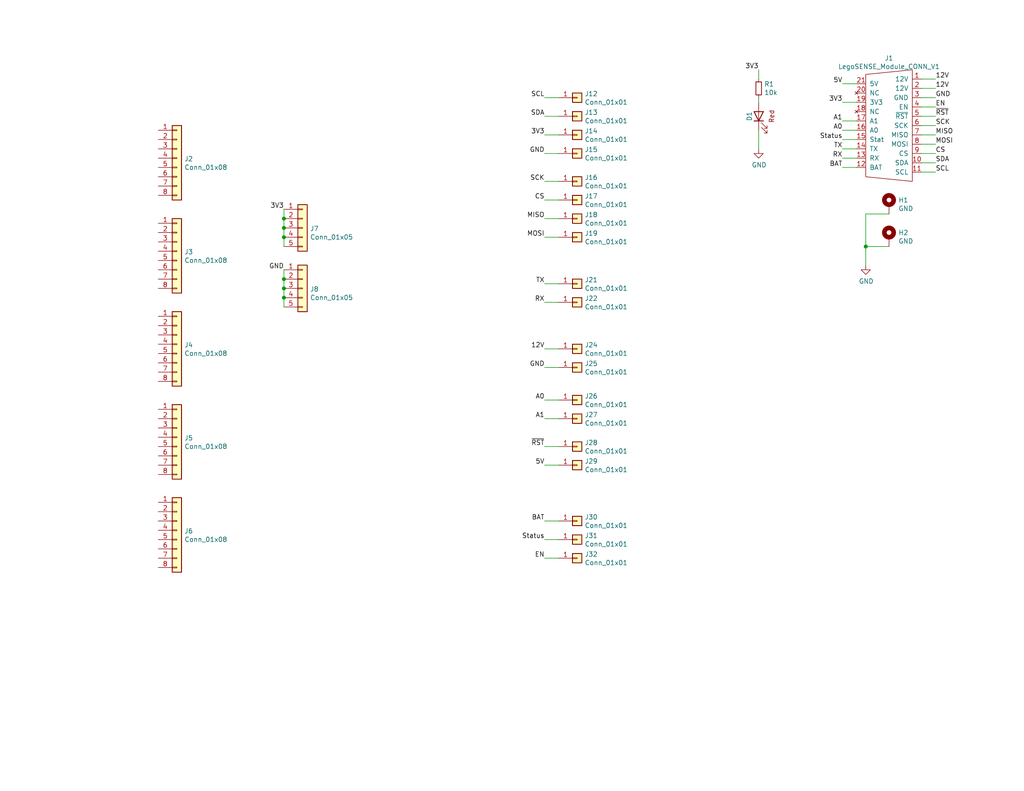
<source format=kicad_sch>
(kicad_sch (version 20211123) (generator eeschema)
  (paper "USLetter")
  (title_block (title "LegoSENSE Module Development Board 2") (date "2021-10-15") (rev "V1.0") (company "Columbia-ICSL") (comment 1 "Author: Scott Zhao"))
  (lib_symbols
    (symbol "Connector_Generic:Conn_01x01" (pin_names (offset 1.016) hide)
      (property "Reference" "J" (at 0 2.54 0))
      (property "Value" "Conn_01x01" (at 0 -2.54 0))
      (symbol "Conn_01x01_1_1"
        (rectangle (start -1.27 0.127) (end 0 -0.127) (stroke (width 0.1524)))
        (rectangle (start -1.27 1.27) (end 1.27 -1.27) (stroke (width 0.254)) (fill (type background)))
        (pin passive line (at -5.08 0 0) (length 3.81) (name "Pin_1") (number "1"))
      )
    )
    (symbol "Connector_Generic:Conn_01x05" (pin_names (offset 1.016) hide)
      (property "Reference" "J" (at 0 7.62 0))
      (property "Value" "Conn_01x05" (at 0 -7.62 0))
      (symbol "Conn_01x05_1_1"
        (rectangle (start -1.27 -4.953) (end 0 -5.207) (stroke (width 0.1524)))
        (rectangle (start -1.27 -2.413) (end 0 -2.667) (stroke (width 0.1524)))
        (rectangle (start -1.27 0.127) (end 0 -0.127) (stroke (width 0.1524)))
        (rectangle (start -1.27 2.667) (end 0 2.413) (stroke (width 0.1524)))
        (rectangle (start -1.27 5.207) (end 0 4.953) (stroke (width 0.1524)))
        (rectangle (start -1.27 6.35) (end 1.27 -6.35) (stroke (width 0.254)) (fill (type background)))
        (pin passive line (at -5.08 5.08 0) (length 3.81) (name "Pin_1") (number "1"))
        (pin passive line (at -5.08 2.54 0) (length 3.81) (name "Pin_2") (number "2"))
        (pin passive line (at -5.08 0 0) (length 3.81) (name "Pin_3") (number "3"))
        (pin passive line (at -5.08 -2.54 0) (length 3.81) (name "Pin_4") (number "4"))
        (pin passive line (at -5.08 -5.08 0) (length 3.81) (name "Pin_5") (number "5"))
      )
    )
    (symbol "Connector_Generic:Conn_01x08" (pin_names (offset 1.016) hide)
      (property "Reference" "J" (at 0 10.16 0))
      (property "Value" "Conn_01x08" (at 0 -12.7 0))
      (symbol "Conn_01x08_1_1"
        (rectangle (start -1.27 -10.033) (end 0 -10.287) (stroke (width 0.1524)))
        (rectangle (start -1.27 -7.493) (end 0 -7.747) (stroke (width 0.1524)))
        (rectangle (start -1.27 -4.953) (end 0 -5.207) (stroke (width 0.1524)))
        (rectangle (start -1.27 -2.413) (end 0 -2.667) (stroke (width 0.1524)))
        (rectangle (start -1.27 0.127) (end 0 -0.127) (stroke (width 0.1524)))
        (rectangle (start -1.27 2.667) (end 0 2.413) (stroke (width 0.1524)))
        (rectangle (start -1.27 5.207) (end 0 4.953) (stroke (width 0.1524)))
        (rectangle (start -1.27 7.747) (end 0 7.493) (stroke (width 0.1524)))
        (rectangle (start -1.27 8.89) (end 1.27 -11.43) (stroke (width 0.254)) (fill (type background)))
        (pin passive line (at -5.08 7.62 0) (length 3.81) (name "Pin_1") (number "1"))
        (pin passive line (at -5.08 5.08 0) (length 3.81) (name "Pin_2") (number "2"))
        (pin passive line (at -5.08 2.54 0) (length 3.81) (name "Pin_3") (number "3"))
        (pin passive line (at -5.08 0 0) (length 3.81) (name "Pin_4") (number "4"))
        (pin passive line (at -5.08 -2.54 0) (length 3.81) (name "Pin_5") (number "5"))
        (pin passive line (at -5.08 -5.08 0) (length 3.81) (name "Pin_6") (number "6"))
        (pin passive line (at -5.08 -7.62 0) (length 3.81) (name "Pin_7") (number "7"))
        (pin passive line (at -5.08 -10.16 0) (length 3.81) (name "Pin_8") (number "8"))
      )
    )
    (symbol "ICSL:LegoSENSE_Module_CONN_V1" (pin_names (offset 1.016))
      (property "Reference" "J" (at 0 15.24 0))
      (property "Value" "LegoSENSE_Module_CONN_V1" (at 0 13.97 0))
      (symbol "LegoSENSE_Module_CONN_V1_0_0"
        (polyline (pts (xy 6.35 12.7) (xy -6.35 11.43) (xy -6.35 -16.51) (xy 6.35 -17.78) (xy 6.35 12.7)))
      )
      (symbol "LegoSENSE_Module_CONN_V1_1_1"
        (pin power_out line (at 8.89 10.16 180) (length 2.54) (name "12V") (number "1"))
        (pin bidirectional line (at 8.89 -12.7 180) (length 2.54) (name "SDA") (number "10"))
        (pin output line (at 8.89 -15.24 180) (length 2.54) (name "SCL") (number "11"))
        (pin output line (at -8.89 -13.97 0) (length 2.54) (name "BAT") (number "12"))
        (pin input line (at -8.89 -11.43 0) (length 2.54) (name "RX") (number "13"))
        (pin output line (at -8.89 -8.89 0) (length 2.54) (name "TX") (number "14"))
        (pin input line (at -8.89 -6.35 0) (length 2.54) (name "Stat") (number "15"))
        (pin input line (at -8.89 -3.81 0) (length 2.54) (name "A0") (number "16"))
        (pin input line (at -8.89 -1.27 0) (length 2.54) (name "A1") (number "17"))
        (pin no_connect line (at -8.89 1.27 0) (length 2.54) (name "NC") (number "18"))
        (pin power_out line (at -8.89 3.81 0) (length 2.54) (name "3V3") (number "19"))
        (pin power_in line (at 8.89 7.62 180) (length 2.54) (name "12V") (number "2"))
        (pin no_connect line (at -8.89 6.35 0) (length 2.54) (name "NC") (number "20"))
        (pin power_out line (at -8.89 8.89 0) (length 2.54) (name "5V") (number "21"))
        (pin power_out line (at 8.89 5.08 180) (length 2.54) (name "GND") (number "3"))
        (pin output line (at 8.89 2.54 180) (length 2.54) (name "EN") (number "4"))
        (pin output line (at 8.89 0 180) (length 2.54) (name "~{RST}") (number "5"))
        (pin output line (at 8.89 -2.54 180) (length 2.54) (name "SCK") (number "6"))
        (pin input line (at 8.89 -5.08 180) (length 2.54) (name "MISO") (number "7"))
        (pin output line (at 8.89 -7.62 180) (length 2.54) (name "MOSI") (number "8"))
        (pin output line (at 8.89 -10.16 180) (length 2.54) (name "CS") (number "9"))
      )
    )
    (symbol "Mechanical:MountingHole_Pad" (pin_numbers hide) (pin_names (offset 1.016) hide)
      (property "Reference" "H" (at 0 6.35 0))
      (property "Value" "MountingHole_Pad" (at 0 4.445 0))
      (symbol "MountingHole_Pad_0_1"
        (circle (center 0 1.27) (radius 1.27) (stroke (width 1.27)))
      )
      (symbol "MountingHole_Pad_1_1"
        (pin input line (at 0 -2.54 90) (length 2.54) (name "1") (number "1"))
      )
    )
    (symbol "jlcpcb-basic-resistor-0402:10k" (pin_numbers hide) (pin_names (offset 1.016) hide)
      (property "Reference" "R" (at 2.032 0 90))
      (property "Value" "10k" (at 0 0 90))
      (symbol "10k_0_1"
        (rectangle (start -0.762 1.778) (end 0.762 -1.778) (stroke (width 0.2032)))
      )
      (symbol "10k_1_1"
        (pin passive line (at 0 2.54 270) (length 0.762) (name "~") (number "1"))
        (pin passive line (at 0 -2.54 90) (length 0.762) (name "~") (number "2"))
      )
    )
    (symbol "jlcsmt-rcl:LED_0603_Red" (pin_numbers hide) (pin_names (offset 1.016) hide)
      (property "Reference" "D" (at 0 2.54 0))
      (symbol "LED_0603_Red_0_0"
        (text "Red" (at 0 -3.556 0) (effects (font (size 1.27 1.27))))
      )
      (symbol "LED_0603_Red_0_1"
        (polyline (pts (xy -1.27 -1.27) (xy -1.27 1.27)) (stroke (width 0.254)))
        (polyline (pts (xy -1.27 0) (xy 1.27 0)))
        (polyline (pts (xy 1.27 -1.27) (xy 1.27 1.27) (xy -1.27 0) (xy 1.27 -1.27)) (stroke (width 0.254)))
        (polyline (pts (xy -3.048 -0.762) (xy -4.572 -2.286) (xy -3.81 -2.286) (xy -4.572 -2.286) (xy -4.572 -1.524)))
        (polyline (pts (xy -1.778 -0.762) (xy -3.302 -2.286) (xy -2.54 -2.286) (xy -3.302 -2.286) (xy -3.302 -1.524)))
      )
      (symbol "LED_0603_Red_1_1"
        (pin passive line (at -3.81 0 0) (length 2.54) (name "K") (number "1"))
        (pin passive line (at 3.81 0 180) (length 2.54) (name "A") (number "2"))
      )
    )
    (symbol "power:GND" (power) (pin_names (offset 0))
      (property "Value" "GND" (at 0 -3.81 0))
      (symbol "GND_0_1"
        (polyline (pts (xy 0 0) (xy 0 -1.27) (xy 1.27 -1.27) (xy 0 -2.54) (xy -1.27 -1.27) (xy 0 -1.27)))
      )
      (symbol "GND_1_1"
        (pin power_in line (at 0 0 270) (length 0) hide (name "GND") (number "1"))
      )
    )
  )
  (junction (at 77.47 81.28))
  (junction (at 77.47 76.2))
  (junction (at 77.47 59.69))
  (junction (at 77.47 64.77))
  (junction (at 236.22 67.31))
  (junction (at 77.47 62.23))
  (junction (at 77.47 78.74))
  (wire (pts (xy 152.4 31.75) (xy 148.59 31.75)))
  (wire (pts (xy 207.01 26.67) (xy 207.01 27.94)))
  (wire (pts (xy 152.4 41.91) (xy 148.59 41.91)))
  (wire (pts (xy 251.46 24.13) (xy 255.27 24.13)))
  (wire (pts (xy 152.4 77.47) (xy 148.59 77.47)))
  (wire (pts (xy 152.4 147.32) (xy 148.59 147.32)))
  (wire (pts (xy 229.87 27.94) (xy 233.68 27.94)))
  (wire (pts (xy 77.47 78.74) (xy 77.47 81.28)))
  (wire (pts (xy 251.46 46.99) (xy 255.27 46.99)))
  (wire (pts (xy 77.47 64.77) (xy 77.47 67.31)))
  (wire (pts (xy 152.4 121.92) (xy 148.59 121.92)))
  (wire (pts (xy 152.4 36.83) (xy 148.59 36.83)))
  (wire (pts (xy 236.22 72.39) (xy 236.22 67.31)))
  (wire (pts (xy 152.4 114.3) (xy 148.59 114.3)))
  (wire (pts (xy 229.87 35.56) (xy 233.68 35.56)))
  (wire (pts (xy 251.46 44.45) (xy 255.27 44.45)))
  (wire (pts (xy 152.4 54.61) (xy 148.59 54.61)))
  (wire (pts (xy 251.46 39.37) (xy 255.27 39.37)))
  (wire (pts (xy 251.46 34.29) (xy 255.27 34.29)))
  (wire (pts (xy 77.47 73.66) (xy 77.47 76.2)))
  (wire (pts (xy 207.01 19.05) (xy 207.01 21.59)))
  (wire (pts (xy 152.4 82.55) (xy 148.59 82.55)))
  (wire (pts (xy 229.87 43.18) (xy 233.68 43.18)))
  (wire (pts (xy 152.4 100.33) (xy 148.59 100.33)))
  (wire (pts (xy 152.4 26.67) (xy 148.59 26.67)))
  (wire (pts (xy 152.4 142.24) (xy 148.59 142.24)))
  (wire (pts (xy 251.46 26.67) (xy 255.27 26.67)))
  (wire (pts (xy 251.46 29.21) (xy 255.27 29.21)))
  (wire (pts (xy 77.47 62.23) (xy 77.47 64.77)))
  (wire (pts (xy 236.22 67.31) (xy 236.22 58.42)))
  (wire (pts (xy 251.46 36.83) (xy 255.27 36.83)))
  (wire (pts (xy 229.87 40.64) (xy 233.68 40.64)))
  (wire (pts (xy 77.47 57.15) (xy 77.47 59.69)))
  (wire (pts (xy 152.4 127) (xy 148.59 127)))
  (wire (pts (xy 251.46 21.59) (xy 255.27 21.59)))
  (wire (pts (xy 152.4 49.53) (xy 148.59 49.53)))
  (wire (pts (xy 77.47 59.69) (xy 77.47 62.23)))
  (wire (pts (xy 229.87 45.72) (xy 233.68 45.72)))
  (wire (pts (xy 229.87 38.1) (xy 233.68 38.1)))
  (wire (pts (xy 229.87 22.86) (xy 233.68 22.86)))
  (wire (pts (xy 152.4 109.22) (xy 148.59 109.22)))
  (wire (pts (xy 251.46 31.75) (xy 255.27 31.75)))
  (wire (pts (xy 207.01 40.64) (xy 207.01 35.56)))
  (wire (pts (xy 152.4 59.69) (xy 148.59 59.69)))
  (wire (pts (xy 236.22 58.42) (xy 242.57 58.42)))
  (wire (pts (xy 77.47 76.2) (xy 77.47 78.74)))
  (wire (pts (xy 152.4 64.77) (xy 148.59 64.77)))
  (wire (pts (xy 152.4 95.25) (xy 148.59 95.25)))
  (wire (pts (xy 251.46 41.91) (xy 255.27 41.91)))
  (wire (pts (xy 229.87 33.02) (xy 233.68 33.02)))
  (wire (pts (xy 236.22 67.31) (xy 242.57 67.31)))
  (wire (pts (xy 77.47 81.28) (xy 77.47 83.82)))
  (wire (pts (xy 152.4 152.4) (xy 148.59 152.4)))
  (label "3V3" (at 229.87 27.94 180))
  (label "EN" (at 148.59 152.4 180))
  (label "BAT" (at 148.59 142.24 180))
  (label "3V3" (at 148.59 36.83 180))
  (label "SCK" (at 255.27 34.29 0))
  (label "Status" (at 148.59 147.32 180))
  (label "TX" (at 148.59 77.47 180))
  (label "CS" (at 255.27 41.91 0))
  (label "SCL" (at 148.59 26.67 180))
  (label "SCL" (at 255.27 46.99 0))
  (label "MISO" (at 255.27 36.83 0))
  (label "CS" (at 148.59 54.61 180))
  (label "RX" (at 229.87 43.18 180))
  (label "A1" (at 148.59 114.3 180))
  (label "12V" (at 255.27 21.59 0))
  (label "RX" (at 148.59 82.55 180))
  (label "5V" (at 229.87 22.86 180))
  (label "EN" (at 255.27 29.21 0))
  (label "Status" (at 229.87 38.1 180))
  (label "MOSI" (at 148.59 64.77 180))
  (label "12V" (at 255.27 24.13 0))
  (label "~{RST}" (at 255.27 31.75 0))
  (label "TX" (at 229.87 40.64 180))
  (label "3V3" (at 77.47 57.15 180))
  (label "MISO" (at 148.59 59.69 180))
  (label "3V3" (at 207.01 19.05 180))
  (label "A1" (at 229.87 33.02 180))
  (label "SDA" (at 148.59 31.75 180))
  (label "~{RST}" (at 148.59 121.92 180))
  (label "GND" (at 148.59 41.91 180))
  (label "SCK" (at 148.59 49.53 180))
  (label "GND" (at 77.47 73.66 180))
  (label "5V" (at 148.59 127 180))
  (label "MOSI" (at 255.27 39.37 0))
  (label "SDA" (at 255.27 44.45 0))
  (label "GND" (at 148.59 100.33 180))
  (label "GND" (at 255.27 26.67 0))
  (label "BAT" (at 229.87 45.72 180))
  (label "12V" (at 148.59 95.25 180))
  (label "A0" (at 148.59 109.22 180))
  (label "A0" (at 229.87 35.56 180))
  (symbol (lib_id "Mechanical:MountingHole_Pad") (at 242.57 55.88 0) (unit 1)
    (property "Reference" "H1" (at 245.11 54.6354 0) (effects (justify left)))
    (property "Value" "GND" (at 245.11 56.9468 0) (effects (justify left)))
    (property "Footprint" "ICSL:M1502-B-2545-AL-TOP" (effects hide))
  )
  (symbol (lib_id "Mechanical:MountingHole_Pad") (at 242.57 64.77 0) (unit 1)
    (property "Reference" "H2" (at 245.11 63.5254 0) (effects (justify left)))
    (property "Value" "GND" (at 245.11 65.8368 0) (effects (justify left)))
    (property "Footprint" "ICSL:M1502-B-2545-AL-TOP" (effects hide))
  )
  (symbol (lib_id "power:GND") (at 236.22 72.39 0) (unit 1)
    (property "Reference" "#PWR02" (effects hide))
    (property "Value" "GND" (at 236.347 76.7842 0))
  )
  (symbol (lib_id "ICSL:LegoSENSE_Module_CONN_V1") (at 242.57 31.75 0) (unit 1)
    (property "Reference" "J1" (at 242.57 15.875 0))
    (property "Value" "LegoSENSE_Module_CONN_V1" (at 242.57 18.1864 0))
    (property "Footprint" "ICSL:Amphenol_91911-31321LF_PLUG" (effects hide))
    (property "Datasheet" "https://cdn.amphenol-icc.com/media/wysiwyg/files/drawing/91900.pdf" (effects hide))
    (property "Digikey" "https://www.digikey.com/en/products/detail/91911-31321LF/609-3424-1-ND/1878870" (effects hide))
    (property "Mouser" "https://www.mouser.com/ProductDetail/Amphenol-FCI/91911-31321LF?qs=%2Fha2pyFaduiAL3QUtjqByRY4UbDZTfXX%2F4B%2F4DcqSGV286jFDbRjHhs78oVtYekl" (effects hide))
  )
  (symbol (lib_id "Connector_Generic:Conn_01x01") (at 157.48 26.67 0) (unit 1)
    (property "Reference" "J12" (at 159.512 25.6032 0) (effects (justify left)))
    (property "Value" "Conn_01x01" (at 159.512 27.9146 0) (effects (justify left)))
    (property "Footprint" "ICSL:PinHeader_1x01_NoSilk" (effects hide))
  )
  (symbol (lib_id "Connector_Generic:Conn_01x08") (at 48.26 43.18 0) (unit 1)
    (property "Reference" "J2" (at 50.292 43.3832 0) (effects (justify left)))
    (property "Value" "Conn_01x08" (at 50.292 45.6946 0) (effects (justify left)))
    (property "Footprint" "ICSL:PinHeader_1x08_2.54mm_NoSilk" (effects hide))
  )
  (symbol (lib_id "Connector_Generic:Conn_01x01") (at 157.48 31.75 0) (unit 1)
    (property "Reference" "J13" (at 159.512 30.6832 0) (effects (justify left)))
    (property "Value" "Conn_01x01" (at 159.512 32.9946 0) (effects (justify left)))
    (property "Footprint" "ICSL:PinHeader_1x01_NoSilk" (effects hide))
  )
  (symbol (lib_id "Connector_Generic:Conn_01x01") (at 157.48 36.83 0) (unit 1)
    (property "Reference" "J14" (at 159.512 35.7632 0) (effects (justify left)))
    (property "Value" "Conn_01x01" (at 159.512 38.0746 0) (effects (justify left)))
    (property "Footprint" "ICSL:PinHeader_1x01_NoSilk" (effects hide))
  )
  (symbol (lib_id "Connector_Generic:Conn_01x08") (at 48.26 68.58 0) (unit 1)
    (property "Reference" "J3" (at 50.292 68.7832 0) (effects (justify left)))
    (property "Value" "Conn_01x08" (at 50.292 71.0946 0) (effects (justify left)))
    (property "Footprint" "ICSL:PinHeader_1x08_2.54mm_NoSilk" (effects hide))
  )
  (symbol (lib_id "Connector_Generic:Conn_01x01") (at 157.48 41.91 0) (unit 1)
    (property "Reference" "J15" (at 159.512 40.8432 0) (effects (justify left)))
    (property "Value" "Conn_01x01" (at 159.512 43.1546 0) (effects (justify left)))
    (property "Footprint" "ICSL:PinHeader_1x01_NoSilk" (effects hide))
  )
  (symbol (lib_id "Connector_Generic:Conn_01x08") (at 48.26 93.98 0) (unit 1)
    (property "Reference" "J4" (at 50.292 94.1832 0) (effects (justify left)))
    (property "Value" "Conn_01x08" (at 50.292 96.4946 0) (effects (justify left)))
    (property "Footprint" "ICSL:PinHeader_1x08_2.54mm_NoSilk" (effects hide))
  )
  (symbol (lib_id "Connector_Generic:Conn_01x08") (at 48.26 119.38 0) (unit 1)
    (property "Reference" "J5" (at 50.292 119.5832 0) (effects (justify left)))
    (property "Value" "Conn_01x08" (at 50.292 121.8946 0) (effects (justify left)))
    (property "Footprint" "ICSL:PinHeader_1x08_2.54mm_NoSilk" (effects hide))
  )
  (symbol (lib_id "Connector_Generic:Conn_01x08") (at 48.26 144.78 0) (unit 1)
    (property "Reference" "J6" (at 50.292 144.9832 0) (effects (justify left)))
    (property "Value" "Conn_01x08" (at 50.292 147.2946 0) (effects (justify left)))
    (property "Footprint" "ICSL:PinHeader_1x08_2.54mm_NoSilk" (effects hide))
  )
  (symbol (lib_id "Connector_Generic:Conn_01x01") (at 157.48 49.53 0) (unit 1)
    (property "Reference" "J16" (at 159.512 48.4632 0) (effects (justify left)))
    (property "Value" "Conn_01x01" (at 159.512 50.7746 0) (effects (justify left)))
    (property "Footprint" "ICSL:PinHeader_1x01_NoSilk" (effects hide))
  )
  (symbol (lib_id "Connector_Generic:Conn_01x01") (at 157.48 54.61 0) (unit 1)
    (property "Reference" "J17" (at 159.512 53.5432 0) (effects (justify left)))
    (property "Value" "Conn_01x01" (at 159.512 55.8546 0) (effects (justify left)))
    (property "Footprint" "ICSL:PinHeader_1x01_NoSilk" (effects hide))
  )
  (symbol (lib_id "Connector_Generic:Conn_01x01") (at 157.48 59.69 0) (unit 1)
    (property "Reference" "J18" (at 159.512 58.6232 0) (effects (justify left)))
    (property "Value" "Conn_01x01" (at 159.512 60.9346 0) (effects (justify left)))
    (property "Footprint" "ICSL:PinHeader_1x01_NoSilk" (effects hide))
  )
  (symbol (lib_id "Connector_Generic:Conn_01x01") (at 157.48 64.77 0) (unit 1)
    (property "Reference" "J19" (at 159.512 63.7032 0) (effects (justify left)))
    (property "Value" "Conn_01x01" (at 159.512 66.0146 0) (effects (justify left)))
    (property "Footprint" "ICSL:PinHeader_1x01_NoSilk" (effects hide))
  )
  (symbol (lib_id "Connector_Generic:Conn_01x01") (at 157.48 77.47 0) (unit 1)
    (property "Reference" "J21" (at 159.512 76.4032 0) (effects (justify left)))
    (property "Value" "Conn_01x01" (at 159.512 78.7146 0) (effects (justify left)))
    (property "Footprint" "ICSL:PinHeader_1x01_NoSilk" (effects hide))
  )
  (symbol (lib_id "Connector_Generic:Conn_01x01") (at 157.48 82.55 0) (unit 1)
    (property "Reference" "J22" (at 159.512 81.4832 0) (effects (justify left)))
    (property "Value" "Conn_01x01" (at 159.512 83.7946 0) (effects (justify left)))
    (property "Footprint" "ICSL:PinHeader_1x01_NoSilk" (effects hide))
  )
  (symbol (lib_id "Connector_Generic:Conn_01x05") (at 82.55 62.23 0) (unit 1)
    (property "Reference" "J7" (at 84.582 62.4332 0) (effects (justify left)))
    (property "Value" "Conn_01x05" (at 84.582 64.7446 0) (effects (justify left)))
    (property "Footprint" "ICSL:PinHeader_1x05_2.54mm_NoSilk" (effects hide))
  )
  (symbol (lib_id "Connector_Generic:Conn_01x05") (at 82.55 78.74 0) (unit 1)
    (property "Reference" "J8" (at 84.582 78.9432 0) (effects (justify left)))
    (property "Value" "Conn_01x05" (at 84.582 81.2546 0) (effects (justify left)))
    (property "Footprint" "ICSL:PinHeader_1x05_2.54mm_NoSilk" (effects hide))
  )
  (symbol (lib_id "Connector_Generic:Conn_01x01") (at 157.48 95.25 0) (unit 1)
    (property "Reference" "J24" (at 159.512 94.1832 0) (effects (justify left)))
    (property "Value" "Conn_01x01" (at 159.512 96.4946 0) (effects (justify left)))
    (property "Footprint" "ICSL:PinHeader_1x01_NoSilk" (effects hide))
  )
  (symbol (lib_id "Connector_Generic:Conn_01x01") (at 157.48 100.33 0) (unit 1)
    (property "Reference" "J25" (at 159.512 99.2632 0) (effects (justify left)))
    (property "Value" "Conn_01x01" (at 159.512 101.5746 0) (effects (justify left)))
    (property "Footprint" "ICSL:PinHeader_1x01_NoSilk" (effects hide))
  )
  (symbol (lib_id "Connector_Generic:Conn_01x01") (at 157.48 109.22 0) (unit 1)
    (property "Reference" "J26" (at 159.512 108.1532 0) (effects (justify left)))
    (property "Value" "Conn_01x01" (at 159.512 110.4646 0) (effects (justify left)))
    (property "Footprint" "ICSL:PinHeader_1x01_NoSilk" (effects hide))
  )
  (symbol (lib_id "Connector_Generic:Conn_01x01") (at 157.48 114.3 0) (unit 1)
    (property "Reference" "J27" (at 159.512 113.2332 0) (effects (justify left)))
    (property "Value" "Conn_01x01" (at 159.512 115.5446 0) (effects (justify left)))
    (property "Footprint" "ICSL:PinHeader_1x01_NoSilk" (effects hide))
  )
  (symbol (lib_id "Connector_Generic:Conn_01x01") (at 157.48 121.92 0) (unit 1)
    (property "Reference" "J28" (at 159.512 120.8532 0) (effects (justify left)))
    (property "Value" "Conn_01x01" (at 159.512 123.1646 0) (effects (justify left)))
    (property "Footprint" "ICSL:PinHeader_1x01_NoSilk" (effects hide))
  )
  (symbol (lib_id "Connector_Generic:Conn_01x01") (at 157.48 127 0) (unit 1)
    (property "Reference" "J29" (at 159.512 125.9332 0) (effects (justify left)))
    (property "Value" "Conn_01x01" (at 159.512 128.2446 0) (effects (justify left)))
    (property "Footprint" "ICSL:PinHeader_1x01_NoSilk" (effects hide))
  )
  (symbol (lib_id "Connector_Generic:Conn_01x01") (at 157.48 142.24 0) (unit 1)
    (property "Reference" "J30" (at 159.512 141.1732 0) (effects (justify left)))
    (property "Value" "Conn_01x01" (at 159.512 143.4846 0) (effects (justify left)))
    (property "Footprint" "ICSL:PinHeader_1x01_NoSilk" (effects hide))
  )
  (symbol (lib_id "Connector_Generic:Conn_01x01") (at 157.48 147.32 0) (unit 1)
    (property "Reference" "J31" (at 159.512 146.2532 0) (effects (justify left)))
    (property "Value" "Conn_01x01" (at 159.512 148.5646 0) (effects (justify left)))
    (property "Footprint" "ICSL:PinHeader_1x01_NoSilk" (effects hide))
  )
  (symbol (lib_id "Connector_Generic:Conn_01x01") (at 157.48 152.4 0) (unit 1)
    (property "Reference" "J32" (at 159.512 151.3332 0) (effects (justify left)))
    (property "Value" "Conn_01x01" (at 159.512 153.6446 0) (effects (justify left)))
    (property "Footprint" "ICSL:PinHeader_1x01_NoSilk" (effects hide))
  )
  (symbol (lib_id "jlcpcb-basic-resistor-0402:10k") (at 207.01 24.13 0) (unit 1)
    (property "Reference" "R1" (at 208.5086 22.9616 0) (effects (justify left)))
    (property "Value" "10k" (at 208.5086 25.273 0) (effects (justify left)))
    (property "Footprint" "R_0402_1005Metric" (effects hide))
    (property "Datasheet" "https://datasheet.lcsc.com/szlcsc/Uniroyal-Elec-0402WGF1002TCE_C25744.pdf" (effects hide))
    (property "LCSC" "C25744" (effects hide))
  )
  (symbol (lib_id "jlcsmt-rcl:LED_0603_Red") (at 207.01 31.75 90) (unit 1)
    (property "Reference" "D1" (at 204.47 31.75 0))
    (property "Value" "LED_0603_Red" (effects hide))
    (property "Footprint" "jlcsmt:LED_0603_1608Metric" (effects hide))
    (property "Datasheet" "https://datasheet.lcsc.com/lcsc/1810231112_Hubei-KENTO-Elec-KT-0603R_C2286.pdf" (effects hide))
    (property "MFR" "Hubei KENTO Elec" (effects hide))
    (property "MFR Part#" "KT-0603R" (effects hide))
    (property "LCSC" "C2286" (effects hide))
  )
  (symbol (lib_id "power:GND") (at 207.01 40.64 0) (unit 1)
    (property "Reference" "#PWR0101" (effects hide))
    (property "Value" "GND" (at 207.137 45.0342 0))
  )
)
</source>
